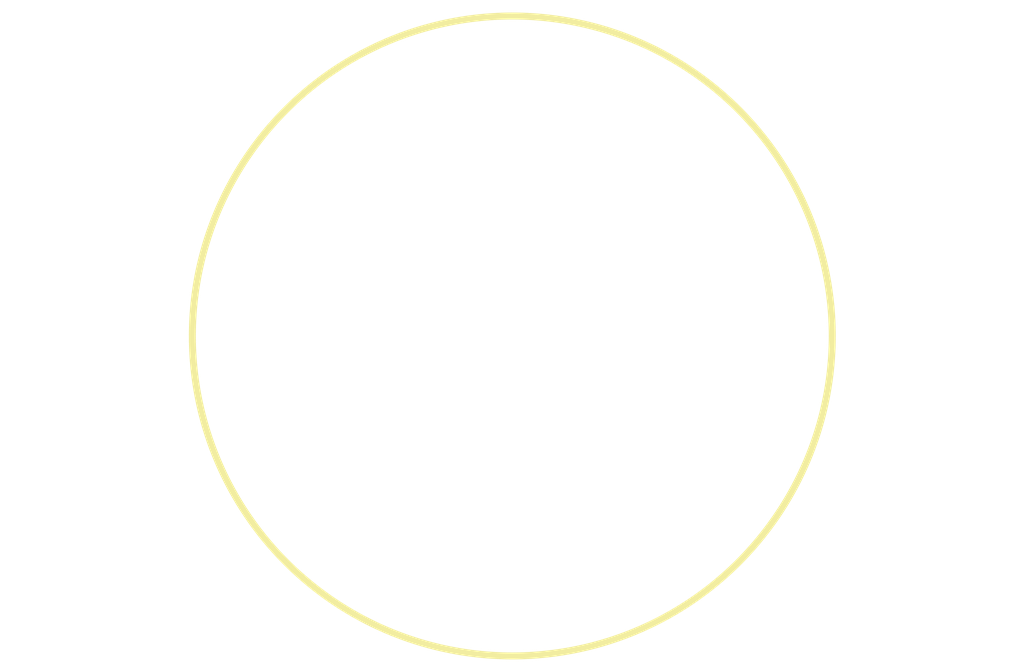
<source format=kicad_pcb>
(kicad_pcb (version 20240108) (generator pcbnew)
  (layers (0 "F.Cu" signal) (31 "B.Cu" signal) (34 "B.Paste" user) (35 "F.Paste" user) (36 "B.SilkS" user "B.Silkscreen") (37 "F.SilkS" user "F.Silkscreen") (38 "B.Mask" user) (39 "F.Mask" user) (44 "Edge.Cuts" user))
  (net 0 "")
  (footprint "Banana_Jack_1Pin" (layer "F.Cu") (at 0 0)
    (property "Reference" "REF**")
    (property "Value" "Banana_Jack_1Pin")
    (fp_circle (center 0 0) (end 5.5 0) (layer "F.SilkS") (stroke (width 0.12)) (fill none))
    (pad "1" thru_hole circle (at 0 0) (size 10.16 10.16) (drill 6.1) (layers *.Cu *.Mask) (remove_unused_layers))
  )
)
</source>
